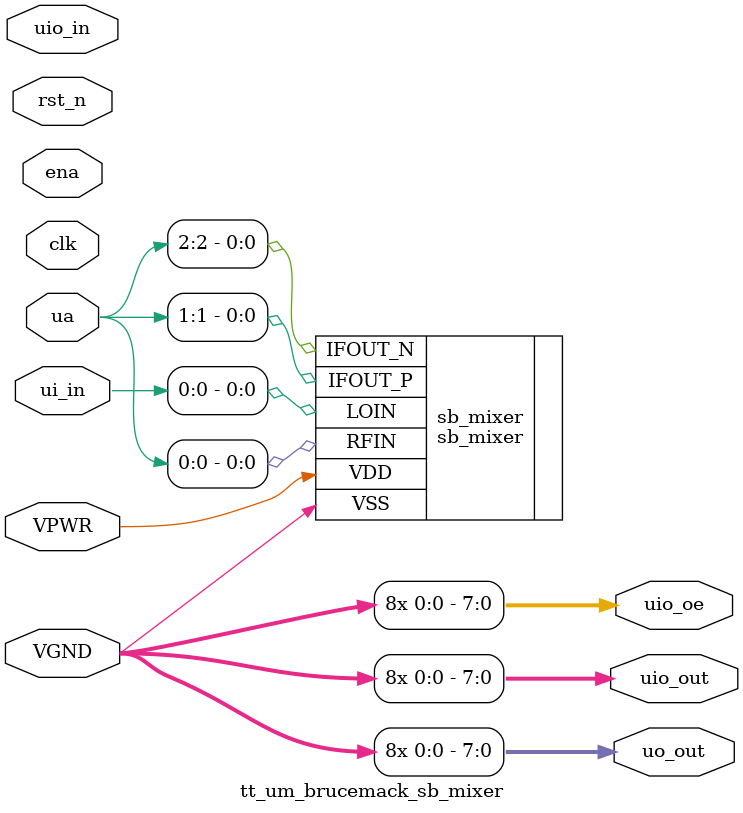
<source format=v>
/*
 * Copyright (c) 2024 Your Name
 * SPDX-License-Identifier: Apache-2.0
 */

`default_nettype none

module tt_um_brucemack_sb_mixer (
    input  wire       VGND,
    input  wire       VPWR,
    input  wire [7:0] ui_in,    // Dedicated inputs
    output wire [7:0] uo_out,   // Dedicated outputs
    input  wire [7:0] uio_in,   // IOs: Input path
    output wire [7:0] uio_out,  // IOs: Output path
    output wire [7:0] uio_oe,   // IOs: Enable path (active high: 0=input, 1=output)
    inout  wire [7:0] ua,       // Analog pins, only ua[5:0] can be used
    input  wire       ena,      // always 1 when the design is powered, so you can ignore it
    input  wire       clk,      // clock
    input  wire       rst_n     // reset_n - low to reset
);

  sb_mixer sb_mixer (
    .IFOUT_P(ua[1]),
    .IFOUT_N(ua[2]),
    .RFIN(ua[0]),
    .VDD(VPWR),
    .VSS(VGND),
    .LOIN(ui_in[0])
  );

   // Pins tied low to avoid floats
   assign uo_out[0] = VGND;
   assign uo_out[1] = VGND;
   assign uo_out[2] = VGND;
   assign uo_out[3] = VGND;
   assign uo_out[4] = VGND;
   assign uo_out[5] = VGND;
   assign uo_out[6] = VGND;
   assign uo_out[7] = VGND;

   assign uio_out[0] = VGND;
   assign uio_out[1] = VGND;
   assign uio_out[2] = VGND;
   assign uio_out[3] = VGND;
   assign uio_out[4] = VGND;
   assign uio_out[5] = VGND;
   assign uio_out[6] = VGND;
   assign uio_out[7] = VGND;

   assign uio_oe[0] = VGND;
   assign uio_oe[1] = VGND;
   assign uio_oe[2] = VGND;
   assign uio_oe[3] = VGND;
   assign uio_oe[4] = VGND;
   assign uio_oe[5] = VGND;
   assign uio_oe[6] = VGND;
   assign uio_oe[7] = VGND;
    
   
endmodule

</source>
